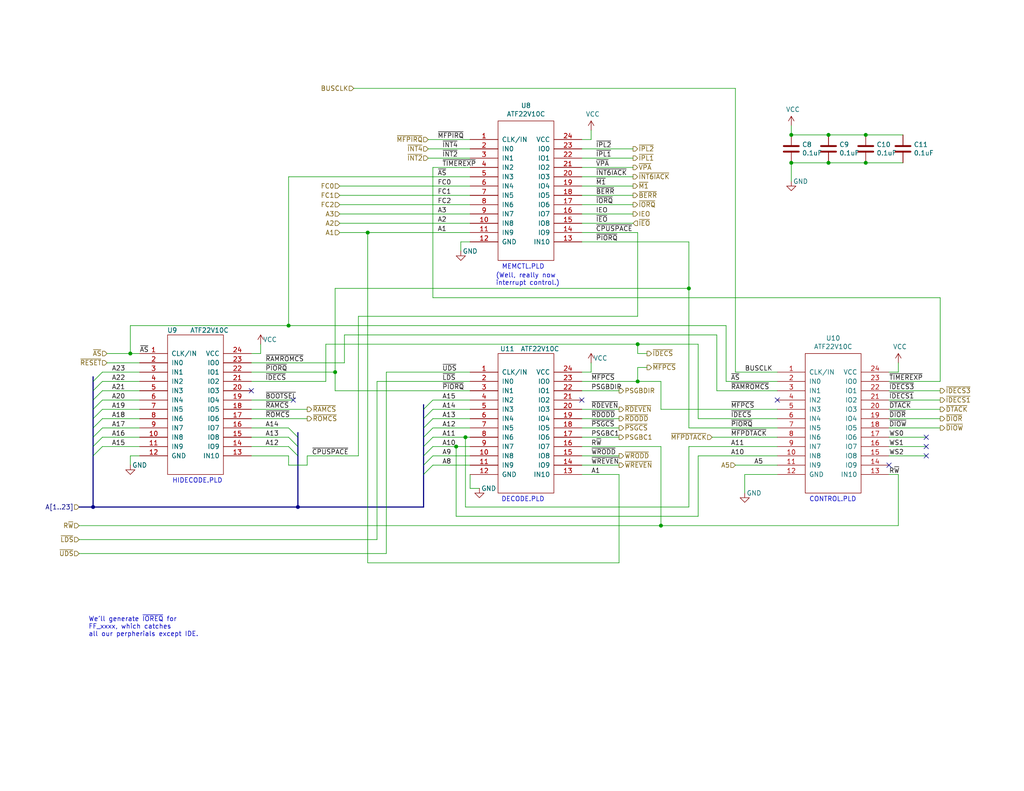
<source format=kicad_sch>
(kicad_sch (version 20231120) (generator "eeschema") (generator_version "8.0")
  (paper "A")
  (title_block (title "BITSY Mark I - An MC68000 Single Board Computer") (date "2025-06-12") (rev "V1B") (comment 1 "Licensed under CC-BY-SA-NC 4.0.") (comment 2 "https://github.com/codesmythe/BITSY_MK_I") (comment 3 "© 2025 Rob Gowin") (comment 4 "BITSY Mark I is a single board computer based around an MC68000 CPU."))
  (lib_symbols
    (symbol "ATF22V10C:ATF22V10C" (pin_names (offset 1.016))
      (property "Reference" "U" (at -6.35 20.32 0))
      (property "Value" "ATF22V10C" (at 2.54 20.32 0))
      (symbol "ATF22V10C_1_0"
        (rectangle (start -7.62 -19.05) (end 7.62 19.05))
      )
      (symbol "ATF22V10C_1_1"
        (pin input line (at -15.24 13.97 0) (length 7.62) (name "CLK/IN") (number "1"))
        (pin input line (at -15.24 -8.89 0) (length 7.62) (name "IN8") (number "10"))
        (pin input line (at -15.24 -11.43 0) (length 7.62) (name "IN9") (number "11"))
        (pin power_in line (at -15.24 -13.97 0) (length 7.62) (name "GND") (number "12"))
        (pin input line (at 15.24 -13.97 180) (length 7.62) (name "IN10") (number "13"))
        (pin bidirectional line (at 15.24 -11.43 180) (length 7.62) (name "IO9") (number "14"))
        (pin bidirectional line (at 15.24 -8.89 180) (length 7.62) (name "IO8") (number "15"))
        (pin bidirectional line (at 15.24 -6.35 180) (length 7.62) (name "IO7") (number "16"))
        (pin bidirectional line (at 15.24 -3.81 180) (length 7.62) (name "IO6") (number "17"))
        (pin bidirectional line (at 15.24 -1.27 180) (length 7.62) (name "IO5") (number "18"))
        (pin bidirectional line (at 15.24 1.27 180) (length 7.62) (name "IO4") (number "19"))
        (pin input line (at -15.24 11.43 0) (length 7.62) (name "IN0") (number "2"))
        (pin bidirectional line (at 15.24 3.81 180) (length 7.62) (name "IO3") (number "20"))
        (pin bidirectional line (at 15.24 6.35 180) (length 7.62) (name "IO2") (number "21"))
        (pin bidirectional line (at 15.24 8.89 180) (length 7.62) (name "IO1") (number "22"))
        (pin bidirectional line (at 15.24 11.43 180) (length 7.62) (name "IO0") (number "23"))
        (pin power_in line (at 15.24 13.97 180) (length 7.62) (name "VCC") (number "24"))
        (pin input line (at -15.24 8.89 0) (length 7.62) (name "IN1") (number "3"))
        (pin input line (at -15.24 6.35 0) (length 7.62) (name "IN2") (number "4"))
        (pin input line (at -15.24 3.81 0) (length 7.62) (name "IN3") (number "5"))
        (pin input line (at -15.24 1.27 0) (length 7.62) (name "IN4") (number "6"))
        (pin input line (at -15.24 -1.27 0) (length 7.62) (name "IN5") (number "7"))
        (pin input line (at -15.24 -3.81 0) (length 7.62) (name "IN6") (number "8"))
        (pin input line (at -15.24 -6.35 0) (length 7.62) (name "IN7") (number "9"))
      )
    )
    (symbol "Device:C" (pin_numbers hide) (pin_names (offset 0.254))
      (property "Reference" "C" (at 0.635 2.54 0))
      (property "Value" "C" (at 0.635 -2.54 0))
      (symbol "C_0_1"
        (polyline (pts (xy -2.032 -0.762) (xy 2.032 -0.762)) (stroke (width 0.508)))
        (polyline (pts (xy -2.032 0.762) (xy 2.032 0.762)) (stroke (width 0.508)))
      )
      (symbol "C_1_1"
        (pin passive line (at 0 3.81 270) (length 2.794) (name "~") (number "1"))
        (pin passive line (at 0 -3.81 90) (length 2.794) (name "~") (number "2"))
      )
    )
    (symbol "power:GND" (power) (pin_numbers hide) (pin_names (offset 0) hide)
      (property "Value" "GND" (at 0 -3.81 0))
      (symbol "GND_0_1"
        (polyline (pts (xy 0 0) (xy 0 -1.27) (xy 1.27 -1.27) (xy 0 -2.54) (xy -1.27 -1.27) (xy 0 -1.27)))
      )
      (symbol "GND_1_1"
        (pin power_in line (at 0 0 270) (length 0) (name "~") (number "1"))
      )
    )
    (symbol "power:VCC" (power) (pin_numbers hide) (pin_names (offset 0) hide)
      (property "Value" "VCC" (at 0 3.556 0))
      (symbol "VCC_0_1"
        (polyline (pts (xy -0.762 1.27) (xy 0 2.54)))
        (polyline (pts (xy 0 0) (xy 0 2.54)))
        (polyline (pts (xy 0 2.54) (xy 0.762 1.27)))
      )
      (symbol "VCC_1_1"
        (pin power_in line (at 0 0 90) (length 0) (name "~") (number "1"))
      )
    )
  )
  (junction (at 215.9 36.83))
  (junction (at 226.06 36.83))
  (junction (at 173.99 93.98))
  (junction (at 127 119.38))
  (junction (at 226.06 44.45))
  (junction (at 91.44 101.6))
  (junction (at 100.33 63.5))
  (junction (at 81.28 138.43))
  (junction (at 236.22 44.45))
  (junction (at 215.9 44.45))
  (junction (at 25.4 138.43))
  (junction (at 124.46 121.92))
  (junction (at 236.22 36.83))
  (junction (at 78.74 88.9))
  (junction (at 35.56 96.52))
  (junction (at 173.99 104.14))
  (junction (at 187.96 78.74))
  (junction (at 180.34 143.51))
  (no_connect (at 212.09 109.22))
  (no_connect (at 242.57 127))
  (no_connect (at 80.01 109.22))
  (no_connect (at 158.75 109.22))
  (no_connect (at 252.73 124.46))
  (no_connect (at 252.73 121.92))
  (no_connect (at 68.58 106.68))
  (no_connect (at 252.73 119.38))
  (bus_entry (at 25.4 116.84) (size 2.54 -2.54))
  (bus_entry (at 115.57 129.54) (size 2.54 -2.54))
  (bus_entry (at 115.57 114.3) (size 2.54 -2.54))
  (bus_entry (at 25.4 124.46) (size 2.54 -2.54))
  (bus_entry (at 25.4 106.68) (size 2.54 -2.54))
  (bus_entry (at 115.57 116.84) (size 2.54 -2.54))
  (bus_entry (at 25.4 104.14) (size 2.54 -2.54))
  (bus_entry (at 115.57 127) (size 2.54 -2.54))
  (bus_entry (at 115.57 111.76) (size 2.54 -2.54))
  (bus_entry (at 115.57 121.92) (size 2.54 -2.54))
  (bus_entry (at 115.57 124.46) (size 2.54 -2.54))
  (bus_entry (at 25.4 109.22) (size 2.54 -2.54))
  (bus_entry (at 78.74 116.84) (size 2.54 2.54))
  (bus_entry (at 78.74 121.92) (size 2.54 2.54))
  (bus_entry (at 25.4 119.38) (size 2.54 -2.54))
  (bus_entry (at 25.4 114.3) (size 2.54 -2.54))
  (bus_entry (at 25.4 121.92) (size 2.54 -2.54))
  (bus_entry (at 78.74 119.38) (size 2.54 2.54))
  (bus_entry (at 115.57 119.38) (size 2.54 -2.54))
  (bus_entry (at 25.4 111.76) (size 2.54 -2.54))
  (wire (pts (xy 38.1 101.6) (xy 27.94 101.6)))
  (wire (pts (xy 125.73 66.04) (xy 128.27 66.04)))
  (bus (pts (xy 25.4 106.68) (xy 25.4 109.22)))
  (wire (pts (xy 180.34 121.92) (xy 180.34 143.51)))
  (wire (pts (xy 78.74 124.46) (xy 78.74 127)))
  (wire (pts (xy 128.27 109.22) (xy 118.11 109.22)))
  (wire (pts (xy 118.11 127) (xy 128.27 127)))
  (wire (pts (xy 127 119.38) (xy 127 138.43)))
  (wire (pts (xy 180.34 143.51) (xy 245.11 143.51)))
  (wire (pts (xy 102.87 104.14) (xy 102.87 147.32)))
  (wire (pts (xy 173.99 96.52) (xy 176.53 96.52)))
  (wire (pts (xy 88.9 93.98) (xy 88.9 104.14)))
  (wire (pts (xy 203.2 129.54) (xy 203.2 134.62)))
  (wire (pts (xy 168.91 116.84) (xy 158.75 116.84)))
  (wire (pts (xy 195.58 106.68) (xy 195.58 91.44)))
  (wire (pts (xy 200.66 127) (xy 212.09 127)))
  (wire (pts (xy 190.5 124.46) (xy 212.09 124.46)))
  (wire (pts (xy 78.74 88.9) (xy 198.12 88.9)))
  (wire (pts (xy 161.29 38.1) (xy 161.29 35.56)))
  (wire (pts (xy 68.58 121.92) (xy 78.74 121.92)))
  (wire (pts (xy 96.52 24.13) (xy 200.66 24.13)))
  (bus (pts (xy 81.28 138.43) (xy 115.57 138.43)))
  (wire (pts (xy 158.75 114.3) (xy 168.91 114.3)))
  (bus (pts (xy 25.4 121.92) (xy 25.4 124.46)))
  (wire (pts (xy 187.96 121.92) (xy 212.09 121.92)))
  (wire (pts (xy 35.56 124.46) (xy 38.1 124.46)))
  (wire (pts (xy 92.71 63.5) (xy 100.33 63.5)))
  (wire (pts (xy 195.58 91.44) (xy 93.98 91.44)))
  (wire (pts (xy 127 138.43) (xy 187.96 138.43)))
  (wire (pts (xy 215.9 36.83) (xy 226.06 36.83)))
  (wire (pts (xy 92.71 53.34) (xy 128.27 53.34)))
  (bus (pts (xy 81.28 119.38) (xy 81.28 121.92)))
  (wire (pts (xy 168.91 153.67) (xy 168.91 129.54)))
  (wire (pts (xy 158.75 124.46) (xy 168.91 124.46)))
  (wire (pts (xy 92.71 60.96) (xy 128.27 60.96)))
  (wire (pts (xy 128.27 116.84) (xy 118.11 116.84)))
  (wire (pts (xy 35.56 88.9) (xy 78.74 88.9)))
  (wire (pts (xy 158.75 58.42) (xy 172.72 58.42)))
  (wire (pts (xy 125.73 68.58) (xy 125.73 66.04)))
  (wire (pts (xy 198.12 88.9) (xy 198.12 104.14)))
  (bus (pts (xy 21.59 138.43) (xy 25.4 138.43)))
  (wire (pts (xy 158.75 53.34) (xy 172.72 53.34)))
  (wire (pts (xy 173.99 93.98) (xy 173.99 96.52)))
  (bus (pts (xy 25.4 114.3) (xy 25.4 116.84)))
  (wire (pts (xy 118.11 121.92) (xy 124.46 121.92)))
  (wire (pts (xy 100.33 153.67) (xy 168.91 153.67)))
  (wire (pts (xy 124.46 121.92) (xy 124.46 140.97)))
  (wire (pts (xy 100.33 63.5) (xy 100.33 153.67)))
  (wire (pts (xy 158.75 55.88) (xy 172.72 55.88)))
  (wire (pts (xy 118.11 45.72) (xy 128.27 45.72)))
  (wire (pts (xy 38.1 96.52) (xy 35.56 96.52)))
  (wire (pts (xy 256.54 109.22) (xy 242.57 109.22)))
  (wire (pts (xy 21.59 151.13) (xy 105.41 151.13)))
  (wire (pts (xy 105.41 101.6) (xy 128.27 101.6)))
  (wire (pts (xy 242.57 111.76) (xy 256.54 111.76)))
  (wire (pts (xy 38.1 109.22) (xy 27.94 109.22)))
  (wire (pts (xy 158.75 50.8) (xy 172.72 50.8)))
  (wire (pts (xy 35.56 96.52) (xy 35.56 88.9)))
  (wire (pts (xy 68.58 111.76) (xy 83.82 111.76)))
  (wire (pts (xy 38.1 114.3) (xy 27.94 114.3)))
  (bus (pts (xy 81.28 118.11) (xy 81.28 119.38)))
  (wire (pts (xy 242.57 101.6) (xy 245.11 101.6)))
  (wire (pts (xy 68.58 101.6) (xy 91.44 101.6)))
  (bus (pts (xy 115.57 110.49) (xy 115.57 111.76)))
  (wire (pts (xy 68.58 109.22) (xy 80.01 109.22)))
  (wire (pts (xy 68.58 119.38) (xy 78.74 119.38)))
  (wire (pts (xy 242.57 121.92) (xy 252.73 121.92)))
  (wire (pts (xy 212.09 116.84) (xy 187.96 116.84)))
  (bus (pts (xy 115.57 127) (xy 115.57 129.54)))
  (wire (pts (xy 187.96 66.04) (xy 187.96 78.74)))
  (wire (pts (xy 68.58 116.84) (xy 78.74 116.84)))
  (wire (pts (xy 21.59 143.51) (xy 180.34 143.51)))
  (wire (pts (xy 256.54 81.28) (xy 118.11 81.28)))
  (wire (pts (xy 200.66 24.13) (xy 200.66 101.6)))
  (bus (pts (xy 115.57 121.92) (xy 115.57 124.46)))
  (wire (pts (xy 38.1 119.38) (xy 27.94 119.38)))
  (wire (pts (xy 212.09 106.68) (xy 195.58 106.68)))
  (wire (pts (xy 21.59 147.32) (xy 102.87 147.32)))
  (wire (pts (xy 38.1 106.68) (xy 27.94 106.68)))
  (wire (pts (xy 83.82 124.46) (xy 97.79 124.46)))
  (wire (pts (xy 245.11 101.6) (xy 245.11 99.06)))
  (bus (pts (xy 81.28 121.92) (xy 81.28 124.46)))
  (wire (pts (xy 29.21 99.06) (xy 38.1 99.06)))
  (wire (pts (xy 236.22 44.45) (xy 246.38 44.45)))
  (bus (pts (xy 115.57 124.46) (xy 115.57 127)))
  (bus (pts (xy 115.57 119.38) (xy 115.57 121.92)))
  (wire (pts (xy 118.11 81.28) (xy 118.11 45.72)))
  (wire (pts (xy 168.91 129.54) (xy 158.75 129.54)))
  (wire (pts (xy 128.27 133.35) (xy 130.81 133.35)))
  (wire (pts (xy 38.1 121.92) (xy 27.94 121.92)))
  (bus (pts (xy 25.4 102.87) (xy 25.4 104.14)))
  (wire (pts (xy 256.54 106.68) (xy 242.57 106.68)))
  (bus (pts (xy 115.57 114.3) (xy 115.57 116.84)))
  (wire (pts (xy 68.58 96.52) (xy 71.12 96.52)))
  (wire (pts (xy 158.75 119.38) (xy 168.91 119.38)))
  (wire (pts (xy 127 119.38) (xy 128.27 119.38)))
  (bus (pts (xy 81.28 124.46) (xy 81.28 138.43)))
  (wire (pts (xy 88.9 93.98) (xy 173.99 93.98)))
  (wire (pts (xy 245.11 129.54) (xy 242.57 129.54)))
  (wire (pts (xy 105.41 151.13) (xy 105.41 101.6)))
  (wire (pts (xy 242.57 119.38) (xy 252.73 119.38)))
  (wire (pts (xy 128.27 129.54) (xy 128.27 133.35)))
  (wire (pts (xy 38.1 104.14) (xy 27.94 104.14)))
  (wire (pts (xy 100.33 63.5) (xy 128.27 63.5)))
  (wire (pts (xy 102.87 104.14) (xy 128.27 104.14)))
  (bus (pts (xy 115.57 116.84) (xy 115.57 119.38)))
  (wire (pts (xy 158.75 48.26) (xy 172.72 48.26)))
  (bus (pts (xy 25.4 116.84) (xy 25.4 119.38)))
  (wire (pts (xy 158.75 127) (xy 168.91 127)))
  (wire (pts (xy 91.44 106.68) (xy 128.27 106.68)))
  (wire (pts (xy 29.21 96.52) (xy 35.56 96.52)))
  (wire (pts (xy 97.79 86.36) (xy 173.99 86.36)))
  (wire (pts (xy 215.9 44.45) (xy 215.9 49.53)))
  (wire (pts (xy 128.27 111.76) (xy 118.11 111.76)))
  (wire (pts (xy 215.9 44.45) (xy 226.06 44.45)))
  (bus (pts (xy 115.57 129.54) (xy 115.57 138.43)))
  (wire (pts (xy 158.75 111.76) (xy 168.91 111.76)))
  (wire (pts (xy 256.54 81.28) (xy 256.54 104.14)))
  (wire (pts (xy 198.12 104.14) (xy 212.09 104.14)))
  (wire (pts (xy 190.5 114.3) (xy 212.09 114.3)))
  (wire (pts (xy 158.75 38.1) (xy 161.29 38.1)))
  (wire (pts (xy 226.06 36.83) (xy 236.22 36.83)))
  (wire (pts (xy 242.57 124.46) (xy 252.73 124.46)))
  (wire (pts (xy 158.75 45.72) (xy 172.72 45.72)))
  (wire (pts (xy 124.46 140.97) (xy 190.5 140.97)))
  (wire (pts (xy 194.31 119.38) (xy 212.09 119.38)))
  (wire (pts (xy 187.96 116.84) (xy 187.96 78.74)))
  (wire (pts (xy 173.99 104.14) (xy 180.34 104.14)))
  (wire (pts (xy 158.75 40.64) (xy 172.72 40.64)))
  (wire (pts (xy 173.99 93.98) (xy 190.5 93.98)))
  (wire (pts (xy 187.96 138.43) (xy 187.96 121.92)))
  (wire (pts (xy 97.79 124.46) (xy 97.79 86.36)))
  (bus (pts (xy 115.57 111.76) (xy 115.57 114.3)))
  (bus (pts (xy 25.4 109.22) (xy 25.4 111.76)))
  (wire (pts (xy 38.1 116.84) (xy 27.94 116.84)))
  (wire (pts (xy 68.58 99.06) (xy 93.98 99.06)))
  (wire (pts (xy 256.54 116.84) (xy 242.57 116.84)))
  (wire (pts (xy 245.11 129.54) (xy 245.11 143.51)))
  (wire (pts (xy 158.75 43.18) (xy 172.72 43.18)))
  (bus (pts (xy 25.4 124.46) (xy 25.4 138.43)))
  (bus (pts (xy 25.4 138.43) (xy 81.28 138.43)))
  (wire (pts (xy 215.9 34.29) (xy 215.9 36.83)))
  (wire (pts (xy 173.99 100.33) (xy 173.99 104.14)))
  (bus (pts (xy 25.4 104.14) (xy 25.4 106.68)))
  (wire (pts (xy 68.58 124.46) (xy 78.74 124.46)))
  (wire (pts (xy 128.27 114.3) (xy 118.11 114.3)))
  (wire (pts (xy 83.82 127) (xy 83.82 124.46)))
  (wire (pts (xy 78.74 48.26) (xy 128.27 48.26)))
  (wire (pts (xy 118.11 119.38) (xy 127 119.38)))
  (wire (pts (xy 158.75 63.5) (xy 173.99 63.5)))
  (wire (pts (xy 92.71 50.8) (xy 128.27 50.8)))
  (wire (pts (xy 68.58 104.14) (xy 88.9 104.14)))
  (wire (pts (xy 116.84 43.18) (xy 128.27 43.18)))
  (wire (pts (xy 200.66 101.6) (xy 212.09 101.6)))
  (wire (pts (xy 78.74 127) (xy 83.82 127)))
  (wire (pts (xy 92.71 58.42) (xy 128.27 58.42)))
  (wire (pts (xy 116.84 38.1) (xy 128.27 38.1)))
  (wire (pts (xy 38.1 111.76) (xy 27.94 111.76)))
  (wire (pts (xy 91.44 78.74) (xy 187.96 78.74)))
  (wire (pts (xy 158.75 104.14) (xy 173.99 104.14)))
  (wire (pts (xy 173.99 63.5) (xy 173.99 86.36)))
  (wire (pts (xy 71.12 96.52) (xy 71.12 93.98)))
  (bus (pts (xy 25.4 111.76) (xy 25.4 114.3)))
  (wire (pts (xy 116.84 40.64) (xy 128.27 40.64)))
  (wire (pts (xy 176.53 100.33) (xy 173.99 100.33)))
  (wire (pts (xy 203.2 129.54) (xy 212.09 129.54)))
  (wire (pts (xy 124.46 121.92) (xy 128.27 121.92)))
  (wire (pts (xy 91.44 101.6) (xy 91.44 78.74)))
  (wire (pts (xy 158.75 60.96) (xy 172.72 60.96)))
  (wire (pts (xy 161.29 101.6) (xy 161.29 99.06)))
  (wire (pts (xy 91.44 106.68) (xy 91.44 101.6)))
  (wire (pts (xy 236.22 36.83) (xy 246.38 36.83)))
  (wire (pts (xy 190.5 140.97) (xy 190.5 124.46)))
  (wire (pts (xy 226.06 44.45) (xy 236.22 44.45)))
  (wire (pts (xy 68.58 114.3) (xy 83.82 114.3)))
  (wire (pts (xy 78.74 48.26) (xy 78.74 88.9)))
  (wire (pts (xy 158.75 106.68) (xy 168.91 106.68)))
  (wire (pts (xy 35.56 127) (xy 35.56 124.46)))
  (wire (pts (xy 242.57 104.14) (xy 256.54 104.14)))
  (wire (pts (xy 158.75 66.04) (xy 187.96 66.04)))
  (wire (pts (xy 158.75 101.6) (xy 161.29 101.6)))
  (wire (pts (xy 118.11 124.46) (xy 128.27 124.46)))
  (wire (pts (xy 93.98 99.06) (xy 93.98 91.44)))
  (wire (pts (xy 180.34 104.14) (xy 180.34 111.76)))
  (wire (pts (xy 92.71 55.88) (xy 128.27 55.88)))
  (wire (pts (xy 190.5 93.98) (xy 190.5 114.3)))
  (wire (pts (xy 256.54 114.3) (xy 242.57 114.3)))
  (wire (pts (xy 180.34 111.76) (xy 212.09 111.76)))
  (bus (pts (xy 25.4 119.38) (xy 25.4 121.92)))
  (wire (pts (xy 158.75 121.92) (xy 180.34 121.92)))
  (text "HIDECODE.PLD" (at 46.99 132.08 0) (effects (font (size 1.27 1.27)) (justify left bottom)))
  (text "CONTROL.PLD" (at 233.68 137.16 0) (effects (font (size 1.27 1.27)) (justify right bottom)))
  (text "MEMCTL.PLD" (at 148.59 73.66 0) (effects (font (size 1.27 1.27)) (justify right bottom)))
  (text "We’ll generate ~{IOREQ} for \nFF_xxxx, which catches\nall our perpherials except IDE." (at 24.13 173.99 0) (effects (font (size 1.27 1.27)) (justify left bottom)))
  (text "DECODE.PLD" (at 148.59 137.16 0) (effects (font (size 1.27 1.27)) (justify right bottom)))
  (text "(Well, really now\ninterrupt control.)" (at 135.255 78.105 0) (effects (font (size 1.27 1.27)) (justify left bottom)))
  (label "~{PIORQ}" (at 120.65 106.68 0))
  (label "~{RDEVEN}" (at 161.29 111.76 0))
  (label "R~{W}" (at 242.57 129.54 0))
  (label "~{MFPCS}" (at 161.29 104.14 0))
  (label "A20" (at 30.48 109.22 0))
  (label "~{WRODD}" (at 161.29 124.46 0))
  (label "A22" (at 30.48 104.14 0))
  (label "PSGBDIR" (at 161.29 106.68 0))
  (label "A12" (at 120.65 116.84 0))
  (label "A15" (at 120.65 109.22 0))
  (label "~{TIMEREXP}" (at 120.65 45.72 0))
  (label "WS2" (at 242.57 124.46 0))
  (label "A10" (at 120.65 121.92 0))
  (label "A13" (at 72.39 119.38 0))
  (label "~{IDECS}" (at 72.39 104.14 0))
  (label "~{CPUSPACE}" (at 162.56 63.5 0))
  (label "~{IDECS3}" (at 242.57 106.68 0))
  (label "~{DIOR}" (at 242.57 114.3 0))
  (label "A17" (at 30.48 116.84 0))
  (label "~{DTACK}" (at 242.57 111.76 0))
  (label "~{AS}" (at 119.38 48.26 0))
  (label "FC1" (at 119.38 53.34 0))
  (label "A16" (at 30.48 119.38 0))
  (label "~{IORQ}" (at 162.56 55.88 0))
  (label "A10" (at 199.39 124.46 0))
  (label "A23" (at 30.48 101.6 0))
  (label "~{TIMEREXP}" (at 242.57 104.14 0))
  (label "A5" (at 205.74 127 0))
  (label "A18" (at 30.48 114.3 0))
  (label "~{PIORQ}" (at 162.56 66.04 0))
  (label "~{IEO}" (at 162.56 60.96 0))
  (label "A15" (at 30.48 121.92 0))
  (label "~{ROMCS}" (at 72.39 114.3 0))
  (label "WS1" (at 242.57 121.92 0))
  (label "A8" (at 120.65 127 0))
  (label "BUSCLK" (at 203.2 101.6 0))
  (label "~{IPL2}" (at 162.56 40.64 0))
  (label "A1" (at 119.38 63.5 0))
  (label "A11" (at 199.39 121.92 0))
  (label "~{DIOW}" (at 242.57 116.84 0))
  (label "A2" (at 119.38 60.96 0))
  (label "~{RAMCS}" (at 72.39 111.76 0))
  (label "~{IDECS}" (at 199.39 114.3 0))
  (label "A1" (at 161.29 129.54 0))
  (label "R~{W}" (at 161.29 121.92 0))
  (label "~{PIORQ}" (at 199.39 116.84 0))
  (label "~{MFPDTACK}" (at 199.39 119.38 0))
  (label "~{RAMROMCS}" (at 199.39 106.68 0))
  (label "~{RAMROMCS}" (at 72.39 99.06 0))
  (label "~{AS}" (at 199.39 104.14 0))
  (label "A14" (at 72.39 116.84 0))
  (label "~{AS}" (at 38.1 96.52 0))
  (label "~{RDODD}" (at 161.29 114.3 0))
  (label "~{UDS}" (at 120.65 101.6 0))
  (label "~{BERR}" (at 162.56 53.34 0))
  (label "PSGBC1" (at 161.29 119.38 0))
  (label "WS0" (at 242.57 119.38 0))
  (label "A3" (at 119.38 58.42 0))
  (label "~{M1}" (at 162.56 50.8 0))
  (label "A14" (at 120.65 111.76 0))
  (label "~{VPA}" (at 162.56 45.72 0))
  (label "FC2" (at 119.38 55.88 0))
  (label "~{INT2}" (at 120.65 43.18 0))
  (label "~{INT6IACK}" (at 162.56 48.26 0))
  (label "~{WREVEN}" (at 161.29 127 0))
  (label "~{IPL1}" (at 162.56 43.18 0))
  (label "A11" (at 120.65 119.38 0))
  (label "~{PSGCS}" (at 161.29 116.84 0))
  (label "~{CPUSPACE}" (at 85.09 124.46 0))
  (label "~{MFPCS}" (at 199.39 111.76 0))
  (label "A21" (at 30.48 106.68 0))
  (label "~{MFPIRQ}" (at 119.38 38.1 0))
  (label "A12" (at 72.39 121.92 0))
  (label "~{BOOTSEL}" (at 72.39 109.22 0))
  (label "FC0" (at 119.38 50.8 0))
  (label "IEO" (at 162.56 58.42 0))
  (label "~{LDS}" (at 120.65 104.14 0))
  (label "~{IDECS1}" (at 242.57 109.22 0))
  (label "~{INT4}" (at 120.65 40.64 0))
  (label "~{PIORQ}" (at 72.39 101.6 0))
  (label "A13" (at 120.65 114.3 0))
  (label "A9" (at 120.65 124.46 0))
  (label "A19" (at 30.48 111.76 0))
  (hierarchical_label "R~{W}" (shape input) (at 21.59 143.51 180))
  (hierarchical_label "~{IDECS}" (shape output) (at 176.53 96.52 0))
  (hierarchical_label "A3" (shape input) (at 92.71 58.42 180))
  (hierarchical_label "~{BERR}" (shape output) (at 172.72 53.34 0))
  (hierarchical_label "~{RAMCS}" (shape output) (at 83.82 111.76 0))
  (hierarchical_label "~{WREVEN}" (shape output) (at 168.91 127 0))
  (hierarchical_label "A2" (shape input) (at 92.71 60.96 180))
  (hierarchical_label "~{IPL2}" (shape output) (at 172.72 40.64 0))
  (hierarchical_label "A[1..23]" (shape input) (at 21.59 138.43 180))
  (hierarchical_label "~{INT4}" (shape input) (at 116.84 40.64 180))
  (hierarchical_label "~{UDS}" (shape input) (at 21.59 151.13 180))
  (hierarchical_label "~{IEO}" (shape input) (at 172.72 60.96 0))
  (hierarchical_label "~{M1}" (shape output) (at 172.72 50.8 0))
  (hierarchical_label "PSGBC1" (shape output) (at 168.91 119.38 0))
  (hierarchical_label "PSGBDIR" (shape output) (at 168.91 106.68 0))
  (hierarchical_label "A5" (shape input) (at 200.66 127 180))
  (hierarchical_label "FC2" (shape input) (at 92.71 55.88 180))
  (hierarchical_label "~{DTACK}" (shape output) (at 256.54 111.76 0))
  (hierarchical_label "~{INT2}" (shape input) (at 116.84 43.18 180))
  (hierarchical_label "IEO" (shape output) (at 172.72 58.42 0))
  (hierarchical_label "~{MFPIRQ}" (shape input) (at 116.84 38.1 180))
  (hierarchical_label "~{MFPDTACK}" (shape input) (at 194.31 119.38 180))
  (hierarchical_label "~{MFPCS}" (shape output) (at 176.53 100.33 0))
  (hierarchical_label "~{DIOR}" (shape output) (at 256.54 114.3 0))
  (hierarchical_label "FC1" (shape input) (at 92.71 53.34 180))
  (hierarchical_label "FC0" (shape input) (at 92.71 50.8 180))
  (hierarchical_label "~{IDECS3}" (shape output) (at 256.54 106.68 0))
  (hierarchical_label "~{DIOW}" (shape output) (at 256.54 116.84 0))
  (hierarchical_label "~{IORQ}" (shape output) (at 172.72 55.88 0))
  (hierarchical_label "~{PSGCS}" (shape output) (at 168.91 116.84 0))
  (hierarchical_label "~{RDODD}" (shape output) (at 168.91 114.3 0))
  (hierarchical_label "BUSCLK" (shape input) (at 96.52 24.13 180))
  (hierarchical_label "~{IDECS1}" (shape output) (at 256.54 109.22 0))
  (hierarchical_label "~{VPA}" (shape output) (at 172.72 45.72 0))
  (hierarchical_label "~{AS}" (shape input) (at 29.21 96.52 180))
  (hierarchical_label "~{RDEVEN}" (shape output) (at 168.91 111.76 0))
  (hierarchical_label "~{RESET}" (shape input) (at 29.21 99.06 180))
  (hierarchical_label "A1" (shape input) (at 92.71 63.5 180))
  (hierarchical_label "~{WRODD}" (shape output) (at 168.91 124.46 0))
  (hierarchical_label "~{ROMCS}" (shape output) (at 83.82 114.3 0))
  (hierarchical_label "~{LDS}" (shape input) (at 21.59 147.32 180))
  (hierarchical_label "~{INT6IACK}" (shape output) (at 172.72 48.26 0))
  (hierarchical_label "~{IPL1}" (shape output) (at 172.72 43.18 0))
  (symbol (lib_id "ATF22V10C:ATF22V10C") (at 143.51 52.07 0) (unit 1)
    (property "Reference" "U8" (at 143.51 28.829 0))
    (property "Value" "ATF22V10C" (at 143.51 31.1404 0))
    (property "Footprint" "Package_DIP:DIP-24_W7.62mm_Socket" (effects (hide yes)))
    (property "Datasheet" "DOCUMENTATION" (effects (hide yes)))
    (property "Description" "ATF22V10C-15PU, Simple PLD, 24 I/O in 24-pin DIP" (effects (hide yes)))
    (property "PartNum00" "556-AF22V10C15PU" (effects (hide yes)))
    (property "PartNum01" "737-ICS-324-T" (effects (hide yes)))
    (property "PartVendor00" "Mouser" (effects (hide yes)))
    (property "PartVendor01" "Mouser" (effects (hide yes)))
  )
  (symbol (lib_id "power:VCC") (at 161.29 35.56 0) (unit 1)
    (property "Reference" "#PWR0143" (effects (hide yes)))
    (property "Value" "VCC" (at 161.7218 31.1658 0))
    (property "Description" "Power symbol creates a global label with name \"VCC\"" (effects (hide yes)))
  )
  (symbol (lib_id "power:GND") (at 125.73 68.58 0) (unit 1)
    (property "Reference" "#PWR0144" (effects (hide yes)))
    (property "Value" "GND" (at 128.27 68.58 0))
    (property "Description" "Power symbol creates a global label with name \"GND\" , ground" (effects (hide yes)))
  )
  (symbol (lib_id "Device:C") (at 236.22 40.64 0) (unit 1)
    (property "Reference" "C10" (at 239.141 39.4716 0) (effects (justify left)))
    (property "Value" "0.1uF" (at 239.141 41.783 0) (effects (justify left)))
    (property "Footprint" "Capacitor_THT:C_Rect_L7.0mm_W2.0mm_P5.00mm" (effects (hide yes)))
    (property "Description" "0.1 uF, MLCC, 5 mm Pitch" (effects (hide yes)))
    (property "PartNum00" "594-K104K15X7RF5TH5" (effects (hide yes)))
    (property "PartVendor00" "Mouser" (effects (hide yes)))
  )
  (symbol (lib_id "Device:C") (at 215.9 40.64 0) (unit 1)
    (property "Reference" "C8" (at 218.821 39.4716 0) (effects (justify left)))
    (property "Value" "0.1uF" (at 218.821 41.783 0) (effects (justify left)))
    (property "Footprint" "Capacitor_THT:C_Rect_L7.0mm_W2.0mm_P5.00mm" (effects (hide yes)))
    (property "Description" "0.1 uF, MLCC, 5 mm Pitch" (effects (hide yes)))
    (property "PartNum00" "594-K104K15X7RF5TH5" (effects (hide yes)))
    (property "PartVendor00" "Mouser" (effects (hide yes)))
  )
  (symbol (lib_id "Device:C") (at 226.06 40.64 0) (unit 1)
    (property "Reference" "C9" (at 228.981 39.4716 0) (effects (justify left)))
    (property "Value" "0.1uF" (at 228.981 41.783 0) (effects (justify left)))
    (property "Footprint" "Capacitor_THT:C_Rect_L7.0mm_W2.0mm_P5.00mm" (effects (hide yes)))
    (property "Description" "0.1 uF, MLCC, 5 mm Pitch" (effects (hide yes)))
    (property "PartNum00" "594-K104K15X7RF5TH5" (effects (hide yes)))
    (property "PartVendor00" "Mouser" (effects (hide yes)))
  )
  (symbol (lib_id "ATF22V10C:ATF22V10C") (at 53.34 110.49 0) (unit 1)
    (property "Reference" "U9" (at 46.99 90.17 0))
    (property "Value" "ATF22V10C" (at 57.15 90.17 0))
    (property "Footprint" "Package_DIP:DIP-24_W7.62mm_Socket" (effects (hide yes)))
    (property "Datasheet" "DOCUMENTATION" (effects (hide yes)))
    (property "Description" "ATF22V10C-15PU, Simple PLD, 24 I/O in 24-pin DIP" (effects (hide yes)))
    (property "PartNum00" "556-AF22V10C15PU" (effects (hide yes)))
    (property "PartNum01" "737-ICS-324-T" (effects (hide yes)))
    (property "PartVendor00" "Mouser" (effects (hide yes)))
    (property "PartVendor01" "Mouser" (effects (hide yes)))
  )
  (symbol (lib_id "power:GND") (at 35.56 127 0) (unit 1)
    (property "Reference" "#PWR0105" (effects (hide yes)))
    (property "Value" "GND" (at 38.1 127 0))
    (property "Description" "Power symbol creates a global label with name \"GND\" , ground" (effects (hide yes)))
  )
  (symbol (lib_id "power:VCC") (at 71.12 93.98 0) (unit 1)
    (property "Reference" "#PWR0115" (effects (hide yes)))
    (property "Value" "VCC" (at 73.66 92.71 0))
    (property "Description" "Power symbol creates a global label with name \"VCC\"" (effects (hide yes)))
  )
  (symbol (lib_id "ATF22V10C:ATF22V10C") (at 227.33 115.57 0) (unit 1)
    (property "Reference" "U10" (at 227.33 92.329 0))
    (property "Value" "ATF22V10C" (at 227.33 94.6404 0))
    (property "Footprint" "Package_DIP:DIP-24_W7.62mm_Socket" (effects (hide yes)))
    (property "Datasheet" "DOCUMENTATION" (effects (hide yes)))
    (property "Description" "ATF22V10C-15PU, Simple PLD, 24 I/O in 24-pin DIP" (effects (hide yes)))
    (property "PartNum00" "556-AF22V10C15PU" (effects (hide yes)))
    (property "PartNum01" "737-ICS-324-T" (effects (hide yes)))
    (property "PartVendor00" "Mouser" (effects (hide yes)))
    (property "PartVendor01" "Mouser" (effects (hide yes)))
  )
  (symbol (lib_id "ATF22V10C:ATF22V10C") (at 143.51 115.57 0) (unit 1)
    (property "Reference" "U11" (at 138.43 95.25 0))
    (property "Value" "ATF22V10C" (at 147.32 95.25 0))
    (property "Footprint" "Package_DIP:DIP-24_W7.62mm_Socket" (effects (hide yes)))
    (property "Datasheet" "DOCUMENTATION" (effects (hide yes)))
    (property "Description" "ATF22V10C-15PU, Simple PLD, 24 I/O in 24-pin DIP" (effects (hide yes)))
    (property "PartNum00" "556-AF22V10C15PU" (effects (hide yes)))
    (property "PartNum01" "737-ICS-324-T" (effects (hide yes)))
    (property "PartVendor00" "Mouser" (effects (hide yes)))
    (property "PartVendor01" "Mouser" (effects (hide yes)))
  )
  (symbol (lib_id "power:GND") (at 130.81 133.35 0) (unit 1)
    (property "Reference" "#PWR0106" (effects (hide yes)))
    (property "Value" "GND" (at 133.35 133.35 0))
    (property "Description" "Power symbol creates a global label with name \"GND\" , ground" (effects (hide yes)))
  )
  (symbol (lib_id "power:VCC") (at 161.29 99.06 0) (unit 1)
    (property "Reference" "#PWR0114" (effects (hide yes)))
    (property "Value" "VCC" (at 163.83 97.79 0))
    (property "Description" "Power symbol creates a global label with name \"VCC\"" (effects (hide yes)))
  )
  (symbol (lib_id "Device:C") (at 246.38 40.64 0) (unit 1)
    (property "Reference" "C11" (at 249.301 39.4716 0) (effects (justify left)))
    (property "Value" "0.1uF" (at 249.301 41.783 0) (effects (justify left)))
    (property "Footprint" "Capacitor_THT:C_Rect_L7.0mm_W2.0mm_P5.00mm" (effects (hide yes)))
    (property "Description" "0.1 uF, MLCC, 5 mm Pitch" (effects (hide yes)))
    (property "PartNum00" "594-K104K15X7RF5TH5" (effects (hide yes)))
    (property "PartVendor00" "Mouser" (effects (hide yes)))
  )
  (symbol (lib_id "power:GND") (at 203.2 134.62 0) (unit 1)
    (property "Reference" "#PWR0125" (effects (hide yes)))
    (property "Value" "GND" (at 205.74 134.62 0))
    (property "Description" "Power symbol creates a global label with name \"GND\" , ground" (effects (hide yes)))
  )
  (symbol (lib_id "power:VCC") (at 245.11 99.06 0) (unit 1)
    (property "Reference" "#PWR0139" (effects (hide yes)))
    (property "Value" "VCC" (at 245.5418 94.6658 0))
    (property "Description" "Power symbol creates a global label with name \"VCC\"" (effects (hide yes)))
  )
  (symbol (lib_id "power:VCC") (at 215.9 34.29 0) (unit 1)
    (property "Reference" "#PWR0140" (effects (hide yes)))
    (property "Value" "VCC" (at 216.3318 29.8958 0))
    (property "Description" "Power symbol creates a global label with name \"VCC\"" (effects (hide yes)))
  )
  (symbol (lib_id "power:GND") (at 215.9 49.53 0) (unit 1)
    (property "Reference" "#PWR0141" (effects (hide yes)))
    (property "Value" "GND" (at 218.44 49.53 0))
    (property "Description" "Power symbol creates a global label with name \"GND\" , ground" (effects (hide yes)))
  )
)
</source>
